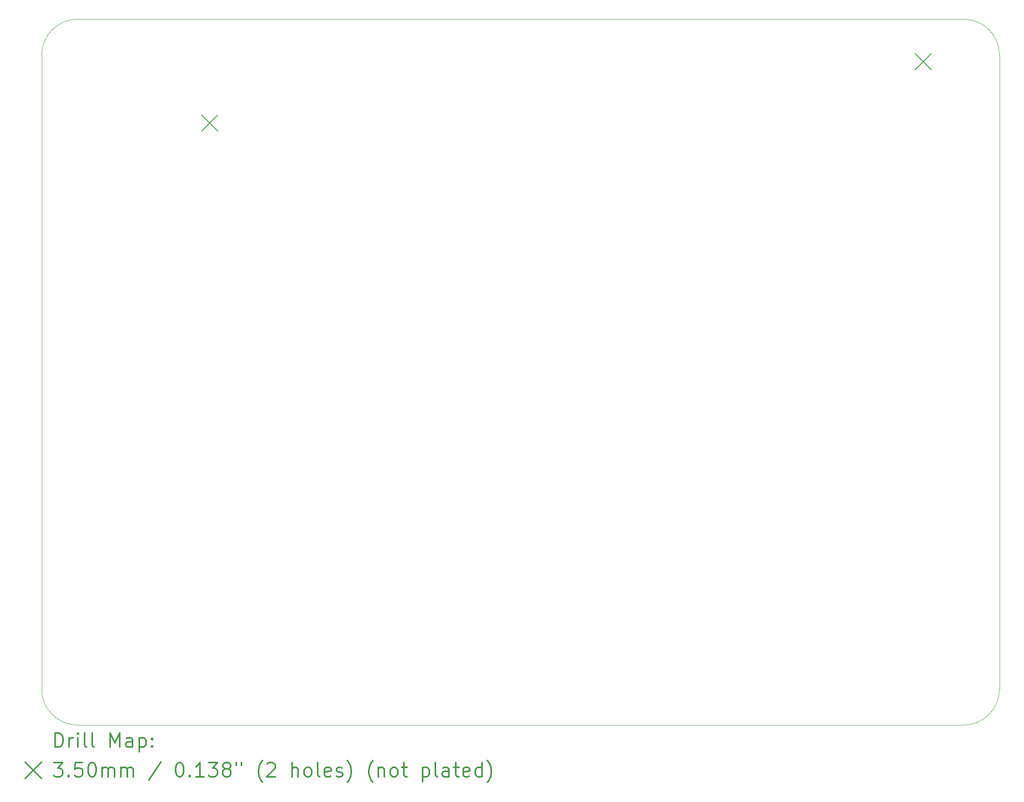
<source format=gbr>
%FSLAX45Y45*%
G04 Gerber Fmt 4.5, Leading zero omitted, Abs format (unit mm)*
G04 Created by KiCad (PCBNEW (5.1.9)-1) date 2022-11-15 19:38:30*
%MOMM*%
%LPD*%
G01*
G04 APERTURE LIST*
%TA.AperFunction,Profile*%
%ADD10C,0.050000*%
%TD*%
%ADD11C,0.200000*%
%ADD12C,0.300000*%
G04 APERTURE END LIST*
D10*
X1778000Y-16256000D02*
X1778000Y-2794000D01*
X21336000Y-17018000D02*
X2540000Y-17018000D01*
X22098000Y-2794000D02*
X22098000Y-16256000D01*
X2540000Y-2032000D02*
X21336000Y-2032000D01*
X2540000Y-17018000D02*
G75*
G02*
X1778000Y-16256000I0J762000D01*
G01*
X22098000Y-16256000D02*
G75*
G02*
X21336000Y-17018000I-762000J0D01*
G01*
X21336000Y-2032000D02*
G75*
G02*
X22098000Y-2794000I0J-762000D01*
G01*
X1778000Y-2794000D02*
G75*
G02*
X2540000Y-2032000I762000J0D01*
G01*
D11*
X5169000Y-4063500D02*
X5519000Y-4413500D01*
X5519000Y-4063500D02*
X5169000Y-4413500D01*
X20305000Y-2756000D02*
X20655000Y-3106000D01*
X20655000Y-2756000D02*
X20305000Y-3106000D01*
D12*
X2061928Y-17486214D02*
X2061928Y-17186214D01*
X2133357Y-17186214D01*
X2176214Y-17200500D01*
X2204786Y-17229072D01*
X2219071Y-17257643D01*
X2233357Y-17314786D01*
X2233357Y-17357643D01*
X2219071Y-17414786D01*
X2204786Y-17443357D01*
X2176214Y-17471929D01*
X2133357Y-17486214D01*
X2061928Y-17486214D01*
X2361928Y-17486214D02*
X2361928Y-17286214D01*
X2361928Y-17343357D02*
X2376214Y-17314786D01*
X2390500Y-17300500D01*
X2419071Y-17286214D01*
X2447643Y-17286214D01*
X2547643Y-17486214D02*
X2547643Y-17286214D01*
X2547643Y-17186214D02*
X2533357Y-17200500D01*
X2547643Y-17214786D01*
X2561928Y-17200500D01*
X2547643Y-17186214D01*
X2547643Y-17214786D01*
X2733357Y-17486214D02*
X2704786Y-17471929D01*
X2690500Y-17443357D01*
X2690500Y-17186214D01*
X2890500Y-17486214D02*
X2861928Y-17471929D01*
X2847643Y-17443357D01*
X2847643Y-17186214D01*
X3233357Y-17486214D02*
X3233357Y-17186214D01*
X3333357Y-17400500D01*
X3433357Y-17186214D01*
X3433357Y-17486214D01*
X3704786Y-17486214D02*
X3704786Y-17329072D01*
X3690500Y-17300500D01*
X3661928Y-17286214D01*
X3604786Y-17286214D01*
X3576214Y-17300500D01*
X3704786Y-17471929D02*
X3676214Y-17486214D01*
X3604786Y-17486214D01*
X3576214Y-17471929D01*
X3561928Y-17443357D01*
X3561928Y-17414786D01*
X3576214Y-17386214D01*
X3604786Y-17371929D01*
X3676214Y-17371929D01*
X3704786Y-17357643D01*
X3847643Y-17286214D02*
X3847643Y-17586214D01*
X3847643Y-17300500D02*
X3876214Y-17286214D01*
X3933357Y-17286214D01*
X3961928Y-17300500D01*
X3976214Y-17314786D01*
X3990500Y-17343357D01*
X3990500Y-17429072D01*
X3976214Y-17457643D01*
X3961928Y-17471929D01*
X3933357Y-17486214D01*
X3876214Y-17486214D01*
X3847643Y-17471929D01*
X4119071Y-17457643D02*
X4133357Y-17471929D01*
X4119071Y-17486214D01*
X4104786Y-17471929D01*
X4119071Y-17457643D01*
X4119071Y-17486214D01*
X4119071Y-17300500D02*
X4133357Y-17314786D01*
X4119071Y-17329072D01*
X4104786Y-17314786D01*
X4119071Y-17300500D01*
X4119071Y-17329072D01*
X1425500Y-17805500D02*
X1775500Y-18155500D01*
X1775500Y-17805500D02*
X1425500Y-18155500D01*
X2033357Y-17816214D02*
X2219071Y-17816214D01*
X2119071Y-17930500D01*
X2161928Y-17930500D01*
X2190500Y-17944786D01*
X2204786Y-17959072D01*
X2219071Y-17987643D01*
X2219071Y-18059072D01*
X2204786Y-18087643D01*
X2190500Y-18101929D01*
X2161928Y-18116214D01*
X2076214Y-18116214D01*
X2047643Y-18101929D01*
X2033357Y-18087643D01*
X2347643Y-18087643D02*
X2361928Y-18101929D01*
X2347643Y-18116214D01*
X2333357Y-18101929D01*
X2347643Y-18087643D01*
X2347643Y-18116214D01*
X2633357Y-17816214D02*
X2490500Y-17816214D01*
X2476214Y-17959072D01*
X2490500Y-17944786D01*
X2519071Y-17930500D01*
X2590500Y-17930500D01*
X2619071Y-17944786D01*
X2633357Y-17959072D01*
X2647643Y-17987643D01*
X2647643Y-18059072D01*
X2633357Y-18087643D01*
X2619071Y-18101929D01*
X2590500Y-18116214D01*
X2519071Y-18116214D01*
X2490500Y-18101929D01*
X2476214Y-18087643D01*
X2833357Y-17816214D02*
X2861928Y-17816214D01*
X2890500Y-17830500D01*
X2904786Y-17844786D01*
X2919071Y-17873357D01*
X2933357Y-17930500D01*
X2933357Y-18001929D01*
X2919071Y-18059072D01*
X2904786Y-18087643D01*
X2890500Y-18101929D01*
X2861928Y-18116214D01*
X2833357Y-18116214D01*
X2804786Y-18101929D01*
X2790500Y-18087643D01*
X2776214Y-18059072D01*
X2761928Y-18001929D01*
X2761928Y-17930500D01*
X2776214Y-17873357D01*
X2790500Y-17844786D01*
X2804786Y-17830500D01*
X2833357Y-17816214D01*
X3061928Y-18116214D02*
X3061928Y-17916214D01*
X3061928Y-17944786D02*
X3076214Y-17930500D01*
X3104786Y-17916214D01*
X3147643Y-17916214D01*
X3176214Y-17930500D01*
X3190500Y-17959072D01*
X3190500Y-18116214D01*
X3190500Y-17959072D02*
X3204786Y-17930500D01*
X3233357Y-17916214D01*
X3276214Y-17916214D01*
X3304786Y-17930500D01*
X3319071Y-17959072D01*
X3319071Y-18116214D01*
X3461928Y-18116214D02*
X3461928Y-17916214D01*
X3461928Y-17944786D02*
X3476214Y-17930500D01*
X3504786Y-17916214D01*
X3547643Y-17916214D01*
X3576214Y-17930500D01*
X3590500Y-17959072D01*
X3590500Y-18116214D01*
X3590500Y-17959072D02*
X3604786Y-17930500D01*
X3633357Y-17916214D01*
X3676214Y-17916214D01*
X3704786Y-17930500D01*
X3719071Y-17959072D01*
X3719071Y-18116214D01*
X4304786Y-17801929D02*
X4047643Y-18187643D01*
X4690500Y-17816214D02*
X4719071Y-17816214D01*
X4747643Y-17830500D01*
X4761928Y-17844786D01*
X4776214Y-17873357D01*
X4790500Y-17930500D01*
X4790500Y-18001929D01*
X4776214Y-18059072D01*
X4761928Y-18087643D01*
X4747643Y-18101929D01*
X4719071Y-18116214D01*
X4690500Y-18116214D01*
X4661928Y-18101929D01*
X4647643Y-18087643D01*
X4633357Y-18059072D01*
X4619071Y-18001929D01*
X4619071Y-17930500D01*
X4633357Y-17873357D01*
X4647643Y-17844786D01*
X4661928Y-17830500D01*
X4690500Y-17816214D01*
X4919071Y-18087643D02*
X4933357Y-18101929D01*
X4919071Y-18116214D01*
X4904786Y-18101929D01*
X4919071Y-18087643D01*
X4919071Y-18116214D01*
X5219071Y-18116214D02*
X5047643Y-18116214D01*
X5133357Y-18116214D02*
X5133357Y-17816214D01*
X5104786Y-17859072D01*
X5076214Y-17887643D01*
X5047643Y-17901929D01*
X5319071Y-17816214D02*
X5504786Y-17816214D01*
X5404786Y-17930500D01*
X5447643Y-17930500D01*
X5476214Y-17944786D01*
X5490500Y-17959072D01*
X5504786Y-17987643D01*
X5504786Y-18059072D01*
X5490500Y-18087643D01*
X5476214Y-18101929D01*
X5447643Y-18116214D01*
X5361928Y-18116214D01*
X5333357Y-18101929D01*
X5319071Y-18087643D01*
X5676214Y-17944786D02*
X5647643Y-17930500D01*
X5633357Y-17916214D01*
X5619071Y-17887643D01*
X5619071Y-17873357D01*
X5633357Y-17844786D01*
X5647643Y-17830500D01*
X5676214Y-17816214D01*
X5733357Y-17816214D01*
X5761928Y-17830500D01*
X5776214Y-17844786D01*
X5790500Y-17873357D01*
X5790500Y-17887643D01*
X5776214Y-17916214D01*
X5761928Y-17930500D01*
X5733357Y-17944786D01*
X5676214Y-17944786D01*
X5647643Y-17959072D01*
X5633357Y-17973357D01*
X5619071Y-18001929D01*
X5619071Y-18059072D01*
X5633357Y-18087643D01*
X5647643Y-18101929D01*
X5676214Y-18116214D01*
X5733357Y-18116214D01*
X5761928Y-18101929D01*
X5776214Y-18087643D01*
X5790500Y-18059072D01*
X5790500Y-18001929D01*
X5776214Y-17973357D01*
X5761928Y-17959072D01*
X5733357Y-17944786D01*
X5904786Y-17816214D02*
X5904786Y-17873357D01*
X6019071Y-17816214D02*
X6019071Y-17873357D01*
X6461928Y-18230500D02*
X6447643Y-18216214D01*
X6419071Y-18173357D01*
X6404786Y-18144786D01*
X6390500Y-18101929D01*
X6376214Y-18030500D01*
X6376214Y-17973357D01*
X6390500Y-17901929D01*
X6404786Y-17859072D01*
X6419071Y-17830500D01*
X6447643Y-17787643D01*
X6461928Y-17773357D01*
X6561928Y-17844786D02*
X6576214Y-17830500D01*
X6604786Y-17816214D01*
X6676214Y-17816214D01*
X6704786Y-17830500D01*
X6719071Y-17844786D01*
X6733357Y-17873357D01*
X6733357Y-17901929D01*
X6719071Y-17944786D01*
X6547643Y-18116214D01*
X6733357Y-18116214D01*
X7090500Y-18116214D02*
X7090500Y-17816214D01*
X7219071Y-18116214D02*
X7219071Y-17959072D01*
X7204786Y-17930500D01*
X7176214Y-17916214D01*
X7133357Y-17916214D01*
X7104786Y-17930500D01*
X7090500Y-17944786D01*
X7404786Y-18116214D02*
X7376214Y-18101929D01*
X7361928Y-18087643D01*
X7347643Y-18059072D01*
X7347643Y-17973357D01*
X7361928Y-17944786D01*
X7376214Y-17930500D01*
X7404786Y-17916214D01*
X7447643Y-17916214D01*
X7476214Y-17930500D01*
X7490500Y-17944786D01*
X7504786Y-17973357D01*
X7504786Y-18059072D01*
X7490500Y-18087643D01*
X7476214Y-18101929D01*
X7447643Y-18116214D01*
X7404786Y-18116214D01*
X7676214Y-18116214D02*
X7647643Y-18101929D01*
X7633357Y-18073357D01*
X7633357Y-17816214D01*
X7904786Y-18101929D02*
X7876214Y-18116214D01*
X7819071Y-18116214D01*
X7790500Y-18101929D01*
X7776214Y-18073357D01*
X7776214Y-17959072D01*
X7790500Y-17930500D01*
X7819071Y-17916214D01*
X7876214Y-17916214D01*
X7904786Y-17930500D01*
X7919071Y-17959072D01*
X7919071Y-17987643D01*
X7776214Y-18016214D01*
X8033357Y-18101929D02*
X8061928Y-18116214D01*
X8119071Y-18116214D01*
X8147643Y-18101929D01*
X8161928Y-18073357D01*
X8161928Y-18059072D01*
X8147643Y-18030500D01*
X8119071Y-18016214D01*
X8076214Y-18016214D01*
X8047643Y-18001929D01*
X8033357Y-17973357D01*
X8033357Y-17959072D01*
X8047643Y-17930500D01*
X8076214Y-17916214D01*
X8119071Y-17916214D01*
X8147643Y-17930500D01*
X8261928Y-18230500D02*
X8276214Y-18216214D01*
X8304786Y-18173357D01*
X8319071Y-18144786D01*
X8333357Y-18101929D01*
X8347643Y-18030500D01*
X8347643Y-17973357D01*
X8333357Y-17901929D01*
X8319071Y-17859072D01*
X8304786Y-17830500D01*
X8276214Y-17787643D01*
X8261928Y-17773357D01*
X8804786Y-18230500D02*
X8790500Y-18216214D01*
X8761928Y-18173357D01*
X8747643Y-18144786D01*
X8733357Y-18101929D01*
X8719071Y-18030500D01*
X8719071Y-17973357D01*
X8733357Y-17901929D01*
X8747643Y-17859072D01*
X8761928Y-17830500D01*
X8790500Y-17787643D01*
X8804786Y-17773357D01*
X8919071Y-17916214D02*
X8919071Y-18116214D01*
X8919071Y-17944786D02*
X8933357Y-17930500D01*
X8961928Y-17916214D01*
X9004786Y-17916214D01*
X9033357Y-17930500D01*
X9047643Y-17959072D01*
X9047643Y-18116214D01*
X9233357Y-18116214D02*
X9204786Y-18101929D01*
X9190500Y-18087643D01*
X9176214Y-18059072D01*
X9176214Y-17973357D01*
X9190500Y-17944786D01*
X9204786Y-17930500D01*
X9233357Y-17916214D01*
X9276214Y-17916214D01*
X9304786Y-17930500D01*
X9319071Y-17944786D01*
X9333357Y-17973357D01*
X9333357Y-18059072D01*
X9319071Y-18087643D01*
X9304786Y-18101929D01*
X9276214Y-18116214D01*
X9233357Y-18116214D01*
X9419071Y-17916214D02*
X9533357Y-17916214D01*
X9461928Y-17816214D02*
X9461928Y-18073357D01*
X9476214Y-18101929D01*
X9504786Y-18116214D01*
X9533357Y-18116214D01*
X9861928Y-17916214D02*
X9861928Y-18216214D01*
X9861928Y-17930500D02*
X9890500Y-17916214D01*
X9947643Y-17916214D01*
X9976214Y-17930500D01*
X9990500Y-17944786D01*
X10004786Y-17973357D01*
X10004786Y-18059072D01*
X9990500Y-18087643D01*
X9976214Y-18101929D01*
X9947643Y-18116214D01*
X9890500Y-18116214D01*
X9861928Y-18101929D01*
X10176214Y-18116214D02*
X10147643Y-18101929D01*
X10133357Y-18073357D01*
X10133357Y-17816214D01*
X10419071Y-18116214D02*
X10419071Y-17959072D01*
X10404786Y-17930500D01*
X10376214Y-17916214D01*
X10319071Y-17916214D01*
X10290500Y-17930500D01*
X10419071Y-18101929D02*
X10390500Y-18116214D01*
X10319071Y-18116214D01*
X10290500Y-18101929D01*
X10276214Y-18073357D01*
X10276214Y-18044786D01*
X10290500Y-18016214D01*
X10319071Y-18001929D01*
X10390500Y-18001929D01*
X10419071Y-17987643D01*
X10519071Y-17916214D02*
X10633357Y-17916214D01*
X10561928Y-17816214D02*
X10561928Y-18073357D01*
X10576214Y-18101929D01*
X10604786Y-18116214D01*
X10633357Y-18116214D01*
X10847643Y-18101929D02*
X10819071Y-18116214D01*
X10761928Y-18116214D01*
X10733357Y-18101929D01*
X10719071Y-18073357D01*
X10719071Y-17959072D01*
X10733357Y-17930500D01*
X10761928Y-17916214D01*
X10819071Y-17916214D01*
X10847643Y-17930500D01*
X10861928Y-17959072D01*
X10861928Y-17987643D01*
X10719071Y-18016214D01*
X11119071Y-18116214D02*
X11119071Y-17816214D01*
X11119071Y-18101929D02*
X11090500Y-18116214D01*
X11033357Y-18116214D01*
X11004786Y-18101929D01*
X10990500Y-18087643D01*
X10976214Y-18059072D01*
X10976214Y-17973357D01*
X10990500Y-17944786D01*
X11004786Y-17930500D01*
X11033357Y-17916214D01*
X11090500Y-17916214D01*
X11119071Y-17930500D01*
X11233357Y-18230500D02*
X11247643Y-18216214D01*
X11276214Y-18173357D01*
X11290500Y-18144786D01*
X11304786Y-18101929D01*
X11319071Y-18030500D01*
X11319071Y-17973357D01*
X11304786Y-17901929D01*
X11290500Y-17859072D01*
X11276214Y-17830500D01*
X11247643Y-17787643D01*
X11233357Y-17773357D01*
M02*

</source>
